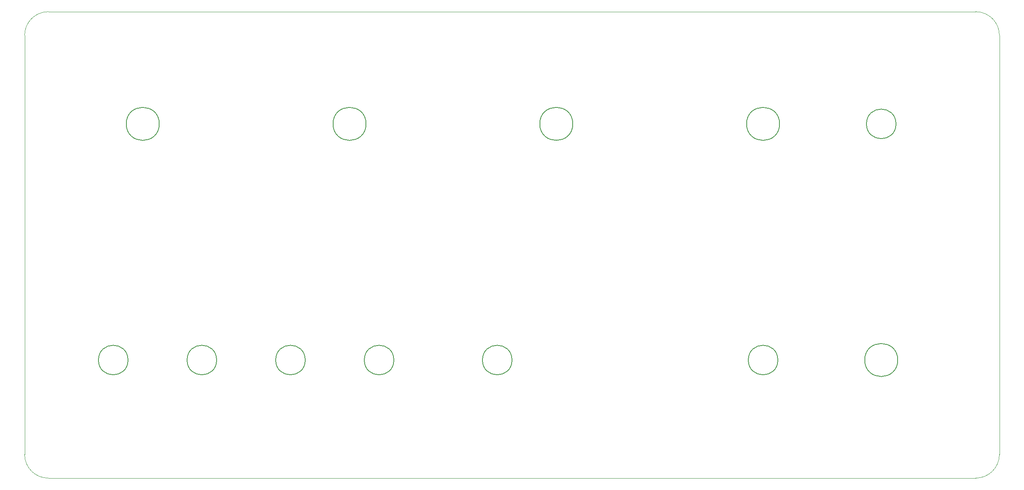
<source format=gm1>
G04 #@! TF.GenerationSoftware,KiCad,Pcbnew,6.0.5+dfsg-1~bpo11+1*
G04 #@! TF.CreationDate,2022-08-10T11:57:18+00:00*
G04 #@! TF.ProjectId,ribbon_pcb_panel,72696262-6f6e-45f7-9063-625f70616e65,0*
G04 #@! TF.SameCoordinates,Original*
G04 #@! TF.FileFunction,Profile,NP*
%FSLAX46Y46*%
G04 Gerber Fmt 4.6, Leading zero omitted, Abs format (unit mm)*
G04 Created by KiCad (PCBNEW 6.0.5+dfsg-1~bpo11+1) date 2022-08-10 11:57:18*
%MOMM*%
%LPD*%
G01*
G04 APERTURE LIST*
G04 #@! TA.AperFunction,Profile*
%ADD10C,0.150000*%
G04 #@! TD*
G04 #@! TA.AperFunction,Profile*
%ADD11C,0.100000*%
G04 #@! TD*
G04 APERTURE END LIST*
D10*
X152135749Y-71114582D02*
G75*
G03*
X152135749Y-71114582I-3550000J0D01*
G01*
D11*
X238760000Y-46990000D02*
X39370000Y-46990000D01*
D10*
X196590000Y-71120000D02*
G75*
G03*
X196590000Y-71120000I-3550000J0D01*
G01*
X221990000Y-121920000D02*
G75*
G03*
X221990000Y-121920000I-3550000J0D01*
G01*
X107690000Y-71120000D02*
G75*
G03*
X107690000Y-71120000I-3550000J0D01*
G01*
D11*
X39370000Y-46990000D02*
G75*
G03*
X34290000Y-52070000I0J-5080000D01*
G01*
D10*
X221615000Y-71120000D02*
G75*
G03*
X221615000Y-71120000I-3175000J0D01*
G01*
X94615000Y-121920000D02*
G75*
G03*
X94615000Y-121920000I-3175000J0D01*
G01*
D11*
X39370000Y-147320000D02*
X238760000Y-147320000D01*
X243840000Y-142240000D02*
X243840000Y-52070000D01*
X238760000Y-147320000D02*
G75*
G03*
X243840000Y-142240000I0J5080000D01*
G01*
D10*
X63240000Y-71120000D02*
G75*
G03*
X63240000Y-71120000I-3550000J0D01*
G01*
X196215000Y-121920000D02*
G75*
G03*
X196215000Y-121920000I-3175000J0D01*
G01*
D11*
X34290000Y-142240000D02*
G75*
G03*
X39370000Y-147320000I5080000J0D01*
G01*
D10*
X139065000Y-121920000D02*
G75*
G03*
X139065000Y-121920000I-3175000J0D01*
G01*
X56515000Y-121920000D02*
G75*
G03*
X56515000Y-121920000I-3175000J0D01*
G01*
X75565000Y-121920000D02*
G75*
G03*
X75565000Y-121920000I-3175000J0D01*
G01*
D11*
X243840000Y-52070000D02*
G75*
G03*
X238760000Y-46990000I-5080000J0D01*
G01*
D10*
X113665000Y-121920000D02*
G75*
G03*
X113665000Y-121920000I-3175000J0D01*
G01*
D11*
X34290000Y-52070000D02*
X34290000Y-142240000D01*
M02*

</source>
